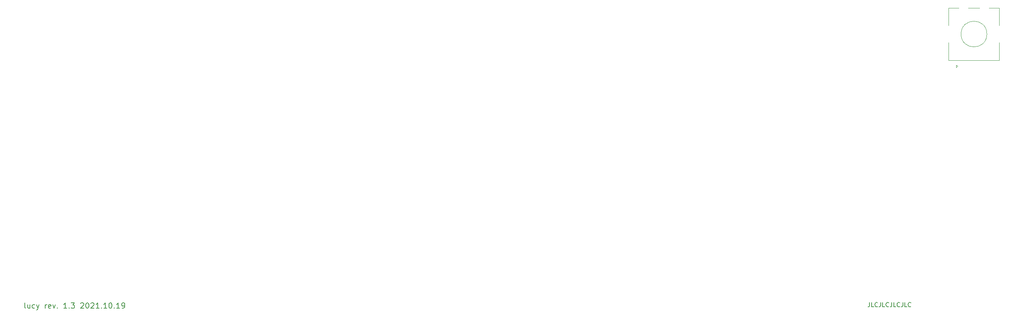
<source format=gto>
G04 #@! TF.GenerationSoftware,KiCad,Pcbnew,(5.1.4-0)*
G04 #@! TF.CreationDate,2021-10-19T21:44:43-05:00*
G04 #@! TF.ProjectId,pcb,7063622e-6b69-4636-9164-5f7063625858,rev?*
G04 #@! TF.SameCoordinates,Original*
G04 #@! TF.FileFunction,Legend,Top*
G04 #@! TF.FilePolarity,Positive*
%FSLAX46Y46*%
G04 Gerber Fmt 4.6, Leading zero omitted, Abs format (unit mm)*
G04 Created by KiCad (PCBNEW (5.1.4-0)) date 2021-10-19 21:44:43*
%MOMM*%
%LPD*%
G04 APERTURE LIST*
%ADD10C,0.200000*%
%ADD11C,0.150000*%
%ADD12C,0.120000*%
%ADD13C,2.540000*%
%ADD14C,1.701800*%
%ADD15C,3.987800*%
%ADD16R,2.000000X2.000000*%
%ADD17C,2.000000*%
%ADD18R,2.000000X3.200000*%
%ADD19C,0.100000*%
%ADD20C,1.803400*%
%ADD21O,1.300000X1.900000*%
%ADD22C,0.650000*%
%ADD23O,1.300000X2.400000*%
G04 APERTURE END LIST*
D10*
X99984070Y-117065476D02*
X99865022Y-117005952D01*
X99805499Y-116886904D01*
X99805499Y-115815476D01*
X100995975Y-116232142D02*
X100995975Y-117065476D01*
X100460260Y-116232142D02*
X100460260Y-116886904D01*
X100519784Y-117005952D01*
X100638832Y-117065476D01*
X100817403Y-117065476D01*
X100936451Y-117005952D01*
X100995975Y-116946428D01*
X102126927Y-117005952D02*
X102007880Y-117065476D01*
X101769784Y-117065476D01*
X101650737Y-117005952D01*
X101591213Y-116946428D01*
X101531689Y-116827380D01*
X101531689Y-116470238D01*
X101591213Y-116351190D01*
X101650737Y-116291666D01*
X101769784Y-116232142D01*
X102007880Y-116232142D01*
X102126927Y-116291666D01*
X102543594Y-116232142D02*
X102841213Y-117065476D01*
X103138832Y-116232142D02*
X102841213Y-117065476D01*
X102722165Y-117363095D01*
X102662641Y-117422619D01*
X102543594Y-117482142D01*
X104567403Y-117065476D02*
X104567403Y-116232142D01*
X104567403Y-116470238D02*
X104626927Y-116351190D01*
X104686451Y-116291666D01*
X104805499Y-116232142D01*
X104924546Y-116232142D01*
X105817403Y-117005952D02*
X105698356Y-117065476D01*
X105460260Y-117065476D01*
X105341213Y-117005952D01*
X105281689Y-116886904D01*
X105281689Y-116410714D01*
X105341213Y-116291666D01*
X105460260Y-116232142D01*
X105698356Y-116232142D01*
X105817403Y-116291666D01*
X105876927Y-116410714D01*
X105876927Y-116529761D01*
X105281689Y-116648809D01*
X106293594Y-116232142D02*
X106591213Y-117065476D01*
X106888832Y-116232142D01*
X107365022Y-116946428D02*
X107424546Y-117005952D01*
X107365022Y-117065476D01*
X107305499Y-117005952D01*
X107365022Y-116946428D01*
X107365022Y-117065476D01*
X109567403Y-117065476D02*
X108853118Y-117065476D01*
X109210260Y-117065476D02*
X109210260Y-115815476D01*
X109091213Y-115994047D01*
X108972165Y-116113095D01*
X108853118Y-116172619D01*
X110103118Y-116946428D02*
X110162641Y-117005952D01*
X110103118Y-117065476D01*
X110043594Y-117005952D01*
X110103118Y-116946428D01*
X110103118Y-117065476D01*
X110579308Y-115815476D02*
X111353118Y-115815476D01*
X110936451Y-116291666D01*
X111115022Y-116291666D01*
X111234070Y-116351190D01*
X111293594Y-116410714D01*
X111353118Y-116529761D01*
X111353118Y-116827380D01*
X111293594Y-116946428D01*
X111234070Y-117005952D01*
X111115022Y-117065476D01*
X110757880Y-117065476D01*
X110638832Y-117005952D01*
X110579308Y-116946428D01*
X112781689Y-115934523D02*
X112841213Y-115875000D01*
X112960260Y-115815476D01*
X113257880Y-115815476D01*
X113376927Y-115875000D01*
X113436451Y-115934523D01*
X113495975Y-116053571D01*
X113495975Y-116172619D01*
X113436451Y-116351190D01*
X112722165Y-117065476D01*
X113495975Y-117065476D01*
X114269784Y-115815476D02*
X114388832Y-115815476D01*
X114507880Y-115875000D01*
X114567403Y-115934523D01*
X114626927Y-116053571D01*
X114686451Y-116291666D01*
X114686451Y-116589285D01*
X114626927Y-116827380D01*
X114567403Y-116946428D01*
X114507880Y-117005952D01*
X114388832Y-117065476D01*
X114269784Y-117065476D01*
X114150737Y-117005952D01*
X114091213Y-116946428D01*
X114031689Y-116827380D01*
X113972165Y-116589285D01*
X113972165Y-116291666D01*
X114031689Y-116053571D01*
X114091213Y-115934523D01*
X114150737Y-115875000D01*
X114269784Y-115815476D01*
X115162641Y-115934523D02*
X115222165Y-115875000D01*
X115341213Y-115815476D01*
X115638832Y-115815476D01*
X115757880Y-115875000D01*
X115817403Y-115934523D01*
X115876927Y-116053571D01*
X115876927Y-116172619D01*
X115817403Y-116351190D01*
X115103118Y-117065476D01*
X115876927Y-117065476D01*
X117067403Y-117065476D02*
X116353118Y-117065476D01*
X116710260Y-117065476D02*
X116710260Y-115815476D01*
X116591213Y-115994047D01*
X116472165Y-116113095D01*
X116353118Y-116172619D01*
X117603118Y-116946428D02*
X117662641Y-117005952D01*
X117603118Y-117065476D01*
X117543594Y-117005952D01*
X117603118Y-116946428D01*
X117603118Y-117065476D01*
X118853118Y-117065476D02*
X118138832Y-117065476D01*
X118495975Y-117065476D02*
X118495975Y-115815476D01*
X118376927Y-115994047D01*
X118257880Y-116113095D01*
X118138832Y-116172619D01*
X119626927Y-115815476D02*
X119745975Y-115815476D01*
X119865022Y-115875000D01*
X119924546Y-115934523D01*
X119984070Y-116053571D01*
X120043594Y-116291666D01*
X120043594Y-116589285D01*
X119984070Y-116827380D01*
X119924546Y-116946428D01*
X119865022Y-117005952D01*
X119745975Y-117065476D01*
X119626927Y-117065476D01*
X119507880Y-117005952D01*
X119448356Y-116946428D01*
X119388832Y-116827380D01*
X119329308Y-116589285D01*
X119329308Y-116291666D01*
X119388832Y-116053571D01*
X119448356Y-115934523D01*
X119507880Y-115875000D01*
X119626927Y-115815476D01*
X120579308Y-116946428D02*
X120638832Y-117005952D01*
X120579308Y-117065476D01*
X120519784Y-117005952D01*
X120579308Y-116946428D01*
X120579308Y-117065476D01*
X121829308Y-117065476D02*
X121115022Y-117065476D01*
X121472165Y-117065476D02*
X121472165Y-115815476D01*
X121353118Y-115994047D01*
X121234070Y-116113095D01*
X121115022Y-116172619D01*
X122424546Y-117065476D02*
X122662641Y-117065476D01*
X122781689Y-117005952D01*
X122841213Y-116946428D01*
X122960260Y-116767857D01*
X123019784Y-116529761D01*
X123019784Y-116053571D01*
X122960260Y-115934523D01*
X122900737Y-115875000D01*
X122781689Y-115815476D01*
X122543594Y-115815476D01*
X122424546Y-115875000D01*
X122365022Y-115934523D01*
X122305499Y-116053571D01*
X122305499Y-116351190D01*
X122365022Y-116470238D01*
X122424546Y-116529761D01*
X122543594Y-116589285D01*
X122781689Y-116589285D01*
X122900737Y-116529761D01*
X122960260Y-116470238D01*
X123019784Y-116351190D01*
D11*
X296013577Y-115736694D02*
X296013577Y-116450980D01*
X295965958Y-116593837D01*
X295870720Y-116689075D01*
X295727863Y-116736694D01*
X295632625Y-116736694D01*
X296965958Y-116736694D02*
X296489767Y-116736694D01*
X296489767Y-115736694D01*
X297870720Y-116641456D02*
X297823101Y-116689075D01*
X297680244Y-116736694D01*
X297585005Y-116736694D01*
X297442148Y-116689075D01*
X297346910Y-116593837D01*
X297299291Y-116498599D01*
X297251672Y-116308123D01*
X297251672Y-116165266D01*
X297299291Y-115974790D01*
X297346910Y-115879552D01*
X297442148Y-115784314D01*
X297585005Y-115736694D01*
X297680244Y-115736694D01*
X297823101Y-115784314D01*
X297870720Y-115831933D01*
X298585005Y-115736694D02*
X298585005Y-116450980D01*
X298537386Y-116593837D01*
X298442148Y-116689075D01*
X298299291Y-116736694D01*
X298204053Y-116736694D01*
X299537386Y-116736694D02*
X299061196Y-116736694D01*
X299061196Y-115736694D01*
X300442148Y-116641456D02*
X300394529Y-116689075D01*
X300251672Y-116736694D01*
X300156434Y-116736694D01*
X300013577Y-116689075D01*
X299918339Y-116593837D01*
X299870720Y-116498599D01*
X299823101Y-116308123D01*
X299823101Y-116165266D01*
X299870720Y-115974790D01*
X299918339Y-115879552D01*
X300013577Y-115784314D01*
X300156434Y-115736694D01*
X300251672Y-115736694D01*
X300394529Y-115784314D01*
X300442148Y-115831933D01*
X301156434Y-115736694D02*
X301156434Y-116450980D01*
X301108815Y-116593837D01*
X301013577Y-116689075D01*
X300870720Y-116736694D01*
X300775482Y-116736694D01*
X302108815Y-116736694D02*
X301632625Y-116736694D01*
X301632625Y-115736694D01*
X303013577Y-116641456D02*
X302965958Y-116689075D01*
X302823101Y-116736694D01*
X302727863Y-116736694D01*
X302585005Y-116689075D01*
X302489767Y-116593837D01*
X302442148Y-116498599D01*
X302394529Y-116308123D01*
X302394529Y-116165266D01*
X302442148Y-115974790D01*
X302489767Y-115879552D01*
X302585005Y-115784314D01*
X302727863Y-115736694D01*
X302823101Y-115736694D01*
X302965958Y-115784314D01*
X303013577Y-115831933D01*
X303727863Y-115736694D02*
X303727863Y-116450980D01*
X303680244Y-116593837D01*
X303585005Y-116689075D01*
X303442148Y-116736694D01*
X303346910Y-116736694D01*
X304680244Y-116736694D02*
X304204053Y-116736694D01*
X304204053Y-115736694D01*
X305585005Y-116641456D02*
X305537386Y-116689075D01*
X305394529Y-116736694D01*
X305299291Y-116736694D01*
X305156434Y-116689075D01*
X305061196Y-116593837D01*
X305013577Y-116498599D01*
X304965958Y-116308123D01*
X304965958Y-116165266D01*
X305013577Y-115974790D01*
X305061196Y-115879552D01*
X305156434Y-115784314D01*
X305299291Y-115736694D01*
X305394529Y-115736694D01*
X305537386Y-115784314D01*
X305585005Y-115831933D01*
D12*
X323752725Y-47093950D02*
X326152725Y-47093950D01*
X318952725Y-47093950D02*
X321552725Y-47093950D01*
X314352725Y-47093950D02*
X316752725Y-47093950D01*
X316152725Y-60393950D02*
X316452725Y-60693950D01*
X316152725Y-60993950D02*
X316152725Y-60393950D01*
X316452725Y-60693950D02*
X316152725Y-60993950D01*
X314352725Y-59293950D02*
X326152725Y-59293950D01*
X314352725Y-55193950D02*
X314352725Y-59293950D01*
X326152725Y-55193950D02*
X326152725Y-59293950D01*
X326152725Y-47093950D02*
X326152725Y-51193950D01*
X314352725Y-51193950D02*
X314352725Y-47093950D01*
X323252725Y-53193950D02*
G75*
G03X323252725Y-53193950I-3000000J0D01*
G01*
%LPC*%
D13*
X316468185Y-69691370D03*
X322818185Y-67151370D03*
D14*
X325358185Y-72231370D03*
X315198185Y-72231370D03*
D15*
X320278185Y-72231370D03*
D13*
X121205625Y-50641250D03*
X127555625Y-48101250D03*
D14*
X130095625Y-53181250D03*
X119935625Y-53181250D03*
D15*
X125015625Y-53181250D03*
D13*
X316468185Y-107791530D03*
X322818185Y-105251530D03*
D14*
X325358185Y-110331530D03*
X315198185Y-110331530D03*
D15*
X320278185Y-110331530D03*
D16*
X317752725Y-60693950D03*
D17*
X320252725Y-60693950D03*
X322752725Y-60693950D03*
D18*
X314652725Y-53193950D03*
X325852725Y-53193950D03*
D17*
X317752725Y-46193950D03*
X322752725Y-46193950D03*
D19*
G36*
X192041441Y-55200471D02*
G01*
X192085206Y-55206963D01*
X192128125Y-55217713D01*
X192169783Y-55232619D01*
X192209779Y-55251536D01*
X192247729Y-55274282D01*
X192283266Y-55300638D01*
X192316049Y-55330351D01*
X192345762Y-55363134D01*
X192372118Y-55398671D01*
X192394864Y-55436621D01*
X192413781Y-55476617D01*
X192428687Y-55518275D01*
X192439437Y-55561194D01*
X192445929Y-55604959D01*
X192448100Y-55649150D01*
X192448100Y-56550850D01*
X192445929Y-56595041D01*
X192439437Y-56638806D01*
X192428687Y-56681725D01*
X192413781Y-56723383D01*
X192394864Y-56763379D01*
X192372118Y-56801329D01*
X192345762Y-56836866D01*
X192316049Y-56869649D01*
X192283266Y-56899362D01*
X192247729Y-56925718D01*
X192209779Y-56948464D01*
X192169783Y-56967381D01*
X192128125Y-56982287D01*
X192085206Y-56993037D01*
X192041441Y-56999529D01*
X191997250Y-57001700D01*
X191095550Y-57001700D01*
X191051359Y-56999529D01*
X191007594Y-56993037D01*
X190964675Y-56982287D01*
X190923017Y-56967381D01*
X190883021Y-56948464D01*
X190845071Y-56925718D01*
X190809534Y-56899362D01*
X190776751Y-56869649D01*
X190747038Y-56836866D01*
X190720682Y-56801329D01*
X190697936Y-56763379D01*
X190679019Y-56723383D01*
X190664113Y-56681725D01*
X190653363Y-56638806D01*
X190646871Y-56595041D01*
X190644700Y-56550850D01*
X190644700Y-55649150D01*
X190646871Y-55604959D01*
X190653363Y-55561194D01*
X190664113Y-55518275D01*
X190679019Y-55476617D01*
X190697936Y-55436621D01*
X190720682Y-55398671D01*
X190747038Y-55363134D01*
X190776751Y-55330351D01*
X190809534Y-55300638D01*
X190845071Y-55274282D01*
X190883021Y-55251536D01*
X190923017Y-55232619D01*
X190964675Y-55217713D01*
X191007594Y-55206963D01*
X191051359Y-55200471D01*
X191095550Y-55198300D01*
X191997250Y-55198300D01*
X192041441Y-55200471D01*
X192041441Y-55200471D01*
G37*
D20*
X191546400Y-56100000D03*
X191140000Y-58640000D03*
X191546400Y-61180000D03*
X191140000Y-63720000D03*
X191546400Y-66260000D03*
X191140000Y-68800000D03*
D21*
X92139825Y-43258627D03*
D22*
X93549825Y-46907627D03*
X99329825Y-46907627D03*
D21*
X100739825Y-43258627D03*
D23*
X100739825Y-47458627D03*
X92139825Y-47458627D03*
D15*
X320278125Y-53181250D03*
D14*
X315198125Y-53181250D03*
X325358125Y-53181250D03*
D13*
X322818125Y-48101250D03*
X316468125Y-50641250D03*
X316468185Y-88741450D03*
X322818185Y-86201450D03*
D14*
X325358185Y-91281450D03*
X315198185Y-91281450D03*
D15*
X320278185Y-91281450D03*
D13*
X83105625Y-50641250D03*
X89455625Y-48101250D03*
D14*
X91995625Y-53181250D03*
X81835625Y-53181250D03*
D15*
X86915625Y-53181250D03*
D13*
X102155625Y-50641250D03*
X108505625Y-48101250D03*
D14*
X111045625Y-53181250D03*
X100885625Y-53181250D03*
D15*
X105965625Y-53181250D03*
X144065625Y-53181250D03*
D14*
X138985625Y-53181250D03*
X149145625Y-53181250D03*
D13*
X146605625Y-48101250D03*
X140255625Y-50641250D03*
X159305625Y-50641250D03*
X165655625Y-48101250D03*
D14*
X168195625Y-53181250D03*
X158035625Y-53181250D03*
D15*
X163115625Y-53181250D03*
D13*
X178355625Y-50641250D03*
X184705625Y-48101250D03*
D14*
X187245625Y-53181250D03*
X177085625Y-53181250D03*
D15*
X182165625Y-53181250D03*
D13*
X197405625Y-50641250D03*
X203755625Y-48101250D03*
D14*
X206295625Y-53181250D03*
X196135625Y-53181250D03*
D15*
X201215625Y-53181250D03*
D13*
X216455625Y-50641250D03*
X222805625Y-48101250D03*
D14*
X225345625Y-53181250D03*
X215185625Y-53181250D03*
D15*
X220265625Y-53181250D03*
D13*
X235505625Y-50641250D03*
X241855625Y-48101250D03*
D14*
X244395625Y-53181250D03*
X234235625Y-53181250D03*
D15*
X239315625Y-53181250D03*
D13*
X254555625Y-50641250D03*
X260905625Y-48101250D03*
D14*
X263445625Y-53181250D03*
X253285625Y-53181250D03*
D15*
X258365625Y-53181250D03*
D13*
X273605625Y-50641250D03*
X279955625Y-48101250D03*
D14*
X282495625Y-53181250D03*
X272335625Y-53181250D03*
D15*
X277415625Y-53181250D03*
D13*
X292655625Y-50641250D03*
X299005625Y-48101250D03*
D14*
X301545625Y-53181250D03*
X291385625Y-53181250D03*
D15*
X296465625Y-53181250D03*
D13*
X83105625Y-69691250D03*
X89455625Y-67151250D03*
D14*
X91995625Y-72231250D03*
X81835625Y-72231250D03*
D15*
X86915625Y-72231250D03*
D13*
X102155625Y-69691250D03*
X108505625Y-67151250D03*
D14*
X111045625Y-72231250D03*
X100885625Y-72231250D03*
D15*
X105965625Y-72231250D03*
D13*
X121205625Y-69691250D03*
X127555625Y-67151250D03*
D14*
X130095625Y-72231250D03*
X119935625Y-72231250D03*
D15*
X125015625Y-72231250D03*
D13*
X140260799Y-69691250D03*
X146610799Y-67151250D03*
D14*
X149150799Y-72231250D03*
X138990799Y-72231250D03*
D15*
X144070799Y-72231250D03*
D13*
X159305625Y-69691250D03*
X165655625Y-67151250D03*
D14*
X168195625Y-72231250D03*
X158035625Y-72231250D03*
D15*
X163115625Y-72231250D03*
D13*
X178355625Y-69691250D03*
X184705625Y-67151250D03*
D14*
X187245625Y-72231250D03*
X177085625Y-72231250D03*
D15*
X182165625Y-72231250D03*
D13*
X197405625Y-69691250D03*
X203755625Y-67151250D03*
D14*
X206295625Y-72231250D03*
X196135625Y-72231250D03*
D15*
X201215625Y-72231250D03*
D13*
X216455625Y-69691250D03*
X222805625Y-67151250D03*
D14*
X225345625Y-72231250D03*
X215185625Y-72231250D03*
D15*
X220265625Y-72231250D03*
D13*
X235505625Y-69691250D03*
X241855625Y-67151250D03*
D14*
X244395625Y-72231250D03*
X234235625Y-72231250D03*
D15*
X239315625Y-72231250D03*
D13*
X254555625Y-69691250D03*
X260905625Y-67151250D03*
D14*
X263445625Y-72231250D03*
X253285625Y-72231250D03*
D15*
X258365625Y-72231250D03*
D13*
X273605625Y-69691250D03*
X279955625Y-67151250D03*
D14*
X282495625Y-72231250D03*
X272335625Y-72231250D03*
D15*
X277415625Y-72231250D03*
D13*
X292655625Y-69691250D03*
X299005625Y-67151250D03*
D14*
X301545625Y-72231250D03*
X291385625Y-72231250D03*
D15*
X296465625Y-72231250D03*
D13*
X83105625Y-88741250D03*
X89455625Y-86201250D03*
D14*
X91995625Y-91281250D03*
X81835625Y-91281250D03*
D15*
X86915625Y-91281250D03*
D13*
X102155625Y-88741250D03*
X108505625Y-86201250D03*
D14*
X111045625Y-91281250D03*
X100885625Y-91281250D03*
D15*
X105965625Y-91281250D03*
D13*
X121205625Y-88741250D03*
X127555625Y-86201250D03*
D14*
X130095625Y-91281250D03*
X119935625Y-91281250D03*
D15*
X125015625Y-91281250D03*
D13*
X140255625Y-88741250D03*
X146605625Y-86201250D03*
D14*
X149145625Y-91281250D03*
X138985625Y-91281250D03*
D15*
X144065625Y-91281250D03*
D13*
X159305625Y-88741250D03*
X165655625Y-86201250D03*
D14*
X168195625Y-91281250D03*
X158035625Y-91281250D03*
D15*
X163115625Y-91281250D03*
D13*
X178355625Y-88741250D03*
X184705625Y-86201250D03*
D14*
X187245625Y-91281250D03*
X177085625Y-91281250D03*
D15*
X182165625Y-91281250D03*
D13*
X216455625Y-88741250D03*
X222805625Y-86201250D03*
D14*
X225345625Y-91281250D03*
X215185625Y-91281250D03*
D15*
X220265625Y-91281250D03*
D13*
X235505625Y-88741250D03*
X241855625Y-86201250D03*
D14*
X244395625Y-91281250D03*
X234235625Y-91281250D03*
D15*
X239315625Y-91281250D03*
D13*
X254555625Y-88741250D03*
X260905625Y-86201250D03*
D14*
X263445625Y-91281250D03*
X253285625Y-91281250D03*
D15*
X258365625Y-91281250D03*
D13*
X273605625Y-88741250D03*
X279955625Y-86201250D03*
D14*
X282495625Y-91281250D03*
X272335625Y-91281250D03*
D15*
X277415625Y-91281250D03*
D13*
X83105625Y-107791250D03*
X89455625Y-105251250D03*
D14*
X91995625Y-110331250D03*
X81835625Y-110331250D03*
D15*
X86915625Y-110331250D03*
D13*
X102155625Y-107791250D03*
X108505625Y-105251250D03*
D14*
X111045625Y-110331250D03*
X100885625Y-110331250D03*
D15*
X105965625Y-110331250D03*
D13*
X121205625Y-107791250D03*
X127555625Y-105251250D03*
D14*
X130095625Y-110331250D03*
X119935625Y-110331250D03*
D15*
X125015625Y-110331250D03*
D13*
X140255625Y-107791250D03*
X146605625Y-105251250D03*
D14*
X149145625Y-110331250D03*
X138985625Y-110331250D03*
D15*
X144065625Y-110331250D03*
D13*
X159305625Y-107791250D03*
X165655625Y-105251250D03*
D14*
X168195625Y-110331250D03*
X158035625Y-110331250D03*
D15*
X163115625Y-110331250D03*
D13*
X178355625Y-107791250D03*
X184705625Y-105251250D03*
D14*
X187245625Y-110331250D03*
X177085625Y-110331250D03*
D15*
X182165625Y-110331250D03*
D13*
X216455625Y-107791250D03*
X222805625Y-105251250D03*
D14*
X225345625Y-110331250D03*
X215185625Y-110331250D03*
D15*
X220265625Y-110331250D03*
D13*
X235505625Y-107791250D03*
X241855625Y-105251250D03*
D14*
X244395625Y-110331250D03*
X234235625Y-110331250D03*
D15*
X239315625Y-110331250D03*
D13*
X254555625Y-107791250D03*
X260905625Y-105251250D03*
D14*
X263445625Y-110331250D03*
X253285625Y-110331250D03*
D15*
X258365625Y-110331250D03*
D13*
X273605625Y-107791250D03*
X279955625Y-105251250D03*
D14*
X282495625Y-110331250D03*
X272335625Y-110331250D03*
D15*
X277415625Y-110331250D03*
D13*
X197405625Y-88741250D03*
X203755625Y-86201250D03*
D14*
X206295625Y-91281250D03*
X196135625Y-91281250D03*
D15*
X201215625Y-91281250D03*
D13*
X197405625Y-107791250D03*
X203755625Y-105251250D03*
D14*
X206295625Y-110331250D03*
X196135625Y-110331250D03*
D15*
X201215625Y-110331250D03*
D13*
X292655625Y-88741250D03*
X299005625Y-86201250D03*
D14*
X301545625Y-91281250D03*
X291385625Y-91281250D03*
D15*
X296465625Y-91281250D03*
D13*
X292655625Y-107791250D03*
X299005625Y-105251250D03*
D14*
X301545625Y-110331250D03*
X291385625Y-110331250D03*
D15*
X296465625Y-110331250D03*
M02*

</source>
